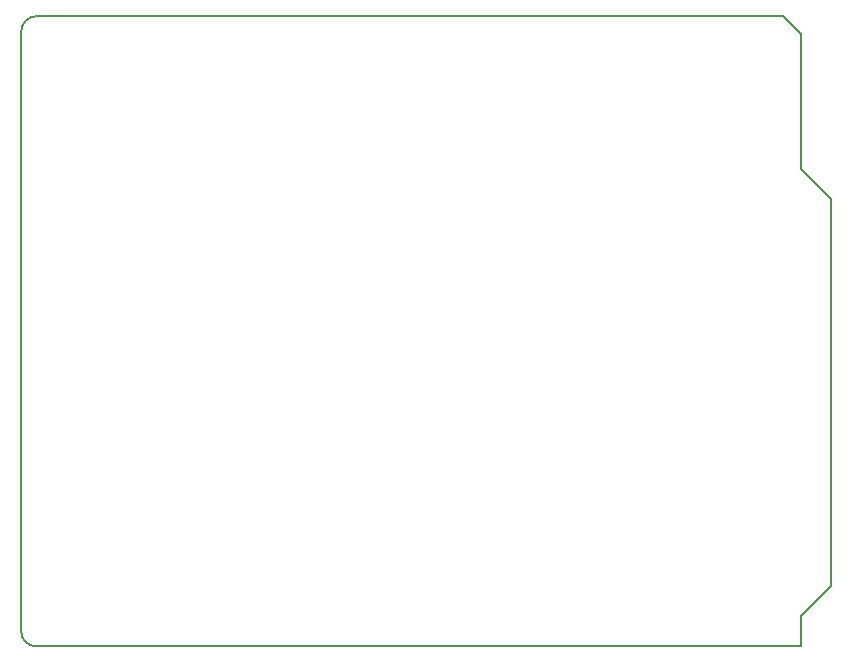
<source format=gm1>
G04 #@! TF.FileFunction,Profile,NP*
%FSLAX46Y46*%
G04 Gerber Fmt 4.6, Leading zero omitted, Abs format (unit mm)*
G04 Created by KiCad (PCBNEW 4.0.7) date 04/25/18 19:10:18*
%MOMM*%
%LPD*%
G01*
G04 APERTURE LIST*
%ADD10C,0.100000*%
%ADD11C,0.150000*%
G04 APERTURE END LIST*
D10*
D11*
X112268000Y-73025000D02*
X175514000Y-73025000D01*
X110998000Y-74295000D02*
X110998000Y-125095000D01*
X112268000Y-126365000D02*
X177038000Y-126365000D01*
X112268000Y-73025000D02*
G75*
G03X110998000Y-74295000I0J-1270000D01*
G01*
X110998000Y-125095000D02*
G75*
G03X112268000Y-126365000I1270000J0D01*
G01*
X177038000Y-74549000D02*
X175514000Y-73025000D01*
X177038000Y-85979000D02*
X177038000Y-74549000D01*
X179578000Y-88519000D02*
X177038000Y-85979000D01*
X179578000Y-121285000D02*
X179578000Y-88519000D01*
X177038000Y-123825000D02*
X179578000Y-121285000D01*
X177038000Y-126365000D02*
X177038000Y-123825000D01*
M02*

</source>
